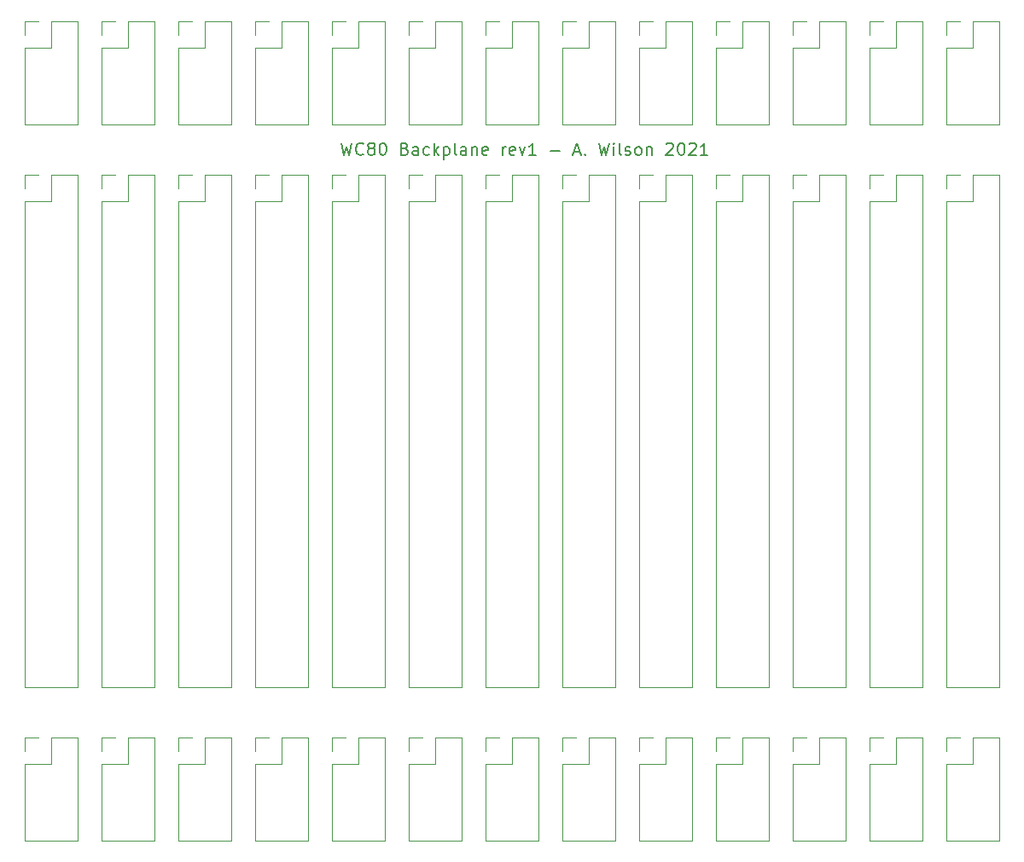
<source format=gbr>
%TF.GenerationSoftware,KiCad,Pcbnew,(5.1.9)-1*%
%TF.CreationDate,2021-05-23T10:03:25-04:00*%
%TF.ProjectId,main,6d61696e-2e6b-4696-9361-645f70636258,rev?*%
%TF.SameCoordinates,Original*%
%TF.FileFunction,Legend,Top*%
%TF.FilePolarity,Positive*%
%FSLAX46Y46*%
G04 Gerber Fmt 4.6, Leading zero omitted, Abs format (unit mm)*
G04 Created by KiCad (PCBNEW (5.1.9)-1) date 2021-05-23 10:03:25*
%MOMM*%
%LPD*%
G01*
G04 APERTURE LIST*
%ADD10C,0.200000*%
%ADD11C,0.120000*%
G04 APERTURE END LIST*
D10*
X52920000Y-33632857D02*
X53205714Y-34832857D01*
X53434285Y-33975714D01*
X53662857Y-34832857D01*
X53948571Y-33632857D01*
X55091428Y-34718571D02*
X55034285Y-34775714D01*
X54862857Y-34832857D01*
X54748571Y-34832857D01*
X54577142Y-34775714D01*
X54462857Y-34661428D01*
X54405714Y-34547142D01*
X54348571Y-34318571D01*
X54348571Y-34147142D01*
X54405714Y-33918571D01*
X54462857Y-33804285D01*
X54577142Y-33690000D01*
X54748571Y-33632857D01*
X54862857Y-33632857D01*
X55034285Y-33690000D01*
X55091428Y-33747142D01*
X55777142Y-34147142D02*
X55662857Y-34090000D01*
X55605714Y-34032857D01*
X55548571Y-33918571D01*
X55548571Y-33861428D01*
X55605714Y-33747142D01*
X55662857Y-33690000D01*
X55777142Y-33632857D01*
X56005714Y-33632857D01*
X56120000Y-33690000D01*
X56177142Y-33747142D01*
X56234285Y-33861428D01*
X56234285Y-33918571D01*
X56177142Y-34032857D01*
X56120000Y-34090000D01*
X56005714Y-34147142D01*
X55777142Y-34147142D01*
X55662857Y-34204285D01*
X55605714Y-34261428D01*
X55548571Y-34375714D01*
X55548571Y-34604285D01*
X55605714Y-34718571D01*
X55662857Y-34775714D01*
X55777142Y-34832857D01*
X56005714Y-34832857D01*
X56120000Y-34775714D01*
X56177142Y-34718571D01*
X56234285Y-34604285D01*
X56234285Y-34375714D01*
X56177142Y-34261428D01*
X56120000Y-34204285D01*
X56005714Y-34147142D01*
X56977142Y-33632857D02*
X57091428Y-33632857D01*
X57205714Y-33690000D01*
X57262857Y-33747142D01*
X57320000Y-33861428D01*
X57377142Y-34090000D01*
X57377142Y-34375714D01*
X57320000Y-34604285D01*
X57262857Y-34718571D01*
X57205714Y-34775714D01*
X57091428Y-34832857D01*
X56977142Y-34832857D01*
X56862857Y-34775714D01*
X56805714Y-34718571D01*
X56748571Y-34604285D01*
X56691428Y-34375714D01*
X56691428Y-34090000D01*
X56748571Y-33861428D01*
X56805714Y-33747142D01*
X56862857Y-33690000D01*
X56977142Y-33632857D01*
X59205714Y-34204285D02*
X59377142Y-34261428D01*
X59434285Y-34318571D01*
X59491428Y-34432857D01*
X59491428Y-34604285D01*
X59434285Y-34718571D01*
X59377142Y-34775714D01*
X59262857Y-34832857D01*
X58805714Y-34832857D01*
X58805714Y-33632857D01*
X59205714Y-33632857D01*
X59320000Y-33690000D01*
X59377142Y-33747142D01*
X59434285Y-33861428D01*
X59434285Y-33975714D01*
X59377142Y-34090000D01*
X59320000Y-34147142D01*
X59205714Y-34204285D01*
X58805714Y-34204285D01*
X60520000Y-34832857D02*
X60520000Y-34204285D01*
X60462857Y-34090000D01*
X60348571Y-34032857D01*
X60120000Y-34032857D01*
X60005714Y-34090000D01*
X60520000Y-34775714D02*
X60405714Y-34832857D01*
X60120000Y-34832857D01*
X60005714Y-34775714D01*
X59948571Y-34661428D01*
X59948571Y-34547142D01*
X60005714Y-34432857D01*
X60120000Y-34375714D01*
X60405714Y-34375714D01*
X60520000Y-34318571D01*
X61605714Y-34775714D02*
X61491428Y-34832857D01*
X61262857Y-34832857D01*
X61148571Y-34775714D01*
X61091428Y-34718571D01*
X61034285Y-34604285D01*
X61034285Y-34261428D01*
X61091428Y-34147142D01*
X61148571Y-34090000D01*
X61262857Y-34032857D01*
X61491428Y-34032857D01*
X61605714Y-34090000D01*
X62120000Y-34832857D02*
X62120000Y-33632857D01*
X62234285Y-34375714D02*
X62577142Y-34832857D01*
X62577142Y-34032857D02*
X62120000Y-34490000D01*
X63091428Y-34032857D02*
X63091428Y-35232857D01*
X63091428Y-34090000D02*
X63205714Y-34032857D01*
X63434285Y-34032857D01*
X63548571Y-34090000D01*
X63605714Y-34147142D01*
X63662857Y-34261428D01*
X63662857Y-34604285D01*
X63605714Y-34718571D01*
X63548571Y-34775714D01*
X63434285Y-34832857D01*
X63205714Y-34832857D01*
X63091428Y-34775714D01*
X64348571Y-34832857D02*
X64234285Y-34775714D01*
X64177142Y-34661428D01*
X64177142Y-33632857D01*
X65320000Y-34832857D02*
X65320000Y-34204285D01*
X65262857Y-34090000D01*
X65148571Y-34032857D01*
X64920000Y-34032857D01*
X64805714Y-34090000D01*
X65320000Y-34775714D02*
X65205714Y-34832857D01*
X64920000Y-34832857D01*
X64805714Y-34775714D01*
X64748571Y-34661428D01*
X64748571Y-34547142D01*
X64805714Y-34432857D01*
X64920000Y-34375714D01*
X65205714Y-34375714D01*
X65320000Y-34318571D01*
X65891428Y-34032857D02*
X65891428Y-34832857D01*
X65891428Y-34147142D02*
X65948571Y-34090000D01*
X66062857Y-34032857D01*
X66234285Y-34032857D01*
X66348571Y-34090000D01*
X66405714Y-34204285D01*
X66405714Y-34832857D01*
X67434285Y-34775714D02*
X67320000Y-34832857D01*
X67091428Y-34832857D01*
X66977142Y-34775714D01*
X66920000Y-34661428D01*
X66920000Y-34204285D01*
X66977142Y-34090000D01*
X67091428Y-34032857D01*
X67320000Y-34032857D01*
X67434285Y-34090000D01*
X67491428Y-34204285D01*
X67491428Y-34318571D01*
X66920000Y-34432857D01*
X68920000Y-34832857D02*
X68920000Y-34032857D01*
X68920000Y-34261428D02*
X68977142Y-34147142D01*
X69034285Y-34090000D01*
X69148571Y-34032857D01*
X69262857Y-34032857D01*
X70120000Y-34775714D02*
X70005714Y-34832857D01*
X69777142Y-34832857D01*
X69662857Y-34775714D01*
X69605714Y-34661428D01*
X69605714Y-34204285D01*
X69662857Y-34090000D01*
X69777142Y-34032857D01*
X70005714Y-34032857D01*
X70120000Y-34090000D01*
X70177142Y-34204285D01*
X70177142Y-34318571D01*
X69605714Y-34432857D01*
X70577142Y-34032857D02*
X70862857Y-34832857D01*
X71148571Y-34032857D01*
X72234285Y-34832857D02*
X71548571Y-34832857D01*
X71891428Y-34832857D02*
X71891428Y-33632857D01*
X71777142Y-33804285D01*
X71662857Y-33918571D01*
X71548571Y-33975714D01*
X73662857Y-34375714D02*
X74577142Y-34375714D01*
X76005714Y-34490000D02*
X76577142Y-34490000D01*
X75891428Y-34832857D02*
X76291428Y-33632857D01*
X76691428Y-34832857D01*
X77091428Y-34718571D02*
X77148571Y-34775714D01*
X77091428Y-34832857D01*
X77034285Y-34775714D01*
X77091428Y-34718571D01*
X77091428Y-34832857D01*
X78462857Y-33632857D02*
X78748571Y-34832857D01*
X78977142Y-33975714D01*
X79205714Y-34832857D01*
X79491428Y-33632857D01*
X79948571Y-34832857D02*
X79948571Y-34032857D01*
X79948571Y-33632857D02*
X79891428Y-33690000D01*
X79948571Y-33747142D01*
X80005714Y-33690000D01*
X79948571Y-33632857D01*
X79948571Y-33747142D01*
X80691428Y-34832857D02*
X80577142Y-34775714D01*
X80520000Y-34661428D01*
X80520000Y-33632857D01*
X81091428Y-34775714D02*
X81205714Y-34832857D01*
X81434285Y-34832857D01*
X81548571Y-34775714D01*
X81605714Y-34661428D01*
X81605714Y-34604285D01*
X81548571Y-34490000D01*
X81434285Y-34432857D01*
X81262857Y-34432857D01*
X81148571Y-34375714D01*
X81091428Y-34261428D01*
X81091428Y-34204285D01*
X81148571Y-34090000D01*
X81262857Y-34032857D01*
X81434285Y-34032857D01*
X81548571Y-34090000D01*
X82291428Y-34832857D02*
X82177142Y-34775714D01*
X82120000Y-34718571D01*
X82062857Y-34604285D01*
X82062857Y-34261428D01*
X82120000Y-34147142D01*
X82177142Y-34090000D01*
X82291428Y-34032857D01*
X82462857Y-34032857D01*
X82577142Y-34090000D01*
X82634285Y-34147142D01*
X82691428Y-34261428D01*
X82691428Y-34604285D01*
X82634285Y-34718571D01*
X82577142Y-34775714D01*
X82462857Y-34832857D01*
X82291428Y-34832857D01*
X83205714Y-34032857D02*
X83205714Y-34832857D01*
X83205714Y-34147142D02*
X83262857Y-34090000D01*
X83377142Y-34032857D01*
X83548571Y-34032857D01*
X83662857Y-34090000D01*
X83720000Y-34204285D01*
X83720000Y-34832857D01*
X85148571Y-33747142D02*
X85205714Y-33690000D01*
X85320000Y-33632857D01*
X85605714Y-33632857D01*
X85720000Y-33690000D01*
X85777142Y-33747142D01*
X85834285Y-33861428D01*
X85834285Y-33975714D01*
X85777142Y-34147142D01*
X85091428Y-34832857D01*
X85834285Y-34832857D01*
X86577142Y-33632857D02*
X86691428Y-33632857D01*
X86805714Y-33690000D01*
X86862857Y-33747142D01*
X86920000Y-33861428D01*
X86977142Y-34090000D01*
X86977142Y-34375714D01*
X86920000Y-34604285D01*
X86862857Y-34718571D01*
X86805714Y-34775714D01*
X86691428Y-34832857D01*
X86577142Y-34832857D01*
X86462857Y-34775714D01*
X86405714Y-34718571D01*
X86348571Y-34604285D01*
X86291428Y-34375714D01*
X86291428Y-34090000D01*
X86348571Y-33861428D01*
X86405714Y-33747142D01*
X86462857Y-33690000D01*
X86577142Y-33632857D01*
X87434285Y-33747142D02*
X87491428Y-33690000D01*
X87605714Y-33632857D01*
X87891428Y-33632857D01*
X88005714Y-33690000D01*
X88062857Y-33747142D01*
X88120000Y-33861428D01*
X88120000Y-33975714D01*
X88062857Y-34147142D01*
X87377142Y-34832857D01*
X88120000Y-34832857D01*
X89262857Y-34832857D02*
X88577142Y-34832857D01*
X88920000Y-34832857D02*
X88920000Y-33632857D01*
X88805714Y-33804285D01*
X88691428Y-33918571D01*
X88577142Y-33975714D01*
D11*
%TO.C,J39*%
X112970000Y-92650000D02*
X114300000Y-92650000D01*
X112970000Y-93980000D02*
X112970000Y-92650000D01*
X115570000Y-92650000D02*
X118170000Y-92650000D01*
X115570000Y-95250000D02*
X115570000Y-92650000D01*
X112970000Y-95250000D02*
X115570000Y-95250000D01*
X118170000Y-92650000D02*
X118170000Y-102930000D01*
X112970000Y-95250000D02*
X112970000Y-102930000D01*
X112970000Y-102930000D02*
X118170000Y-102930000D01*
%TO.C,J38*%
X44390000Y-36770000D02*
X45720000Y-36770000D01*
X44390000Y-38100000D02*
X44390000Y-36770000D01*
X46990000Y-36770000D02*
X49590000Y-36770000D01*
X46990000Y-39370000D02*
X46990000Y-36770000D01*
X44390000Y-39370000D02*
X46990000Y-39370000D01*
X49590000Y-36770000D02*
X49590000Y-87690000D01*
X44390000Y-39370000D02*
X44390000Y-87690000D01*
X44390000Y-87690000D02*
X49590000Y-87690000D01*
%TO.C,J37*%
X112970000Y-21530000D02*
X114300000Y-21530000D01*
X112970000Y-22860000D02*
X112970000Y-21530000D01*
X115570000Y-21530000D02*
X118170000Y-21530000D01*
X115570000Y-24130000D02*
X115570000Y-21530000D01*
X112970000Y-24130000D02*
X115570000Y-24130000D01*
X118170000Y-21530000D02*
X118170000Y-31810000D01*
X112970000Y-24130000D02*
X112970000Y-31810000D01*
X112970000Y-31810000D02*
X118170000Y-31810000D01*
%TO.C,J29*%
X112970000Y-36770000D02*
X114300000Y-36770000D01*
X112970000Y-38100000D02*
X112970000Y-36770000D01*
X115570000Y-36770000D02*
X118170000Y-36770000D01*
X115570000Y-39370000D02*
X115570000Y-36770000D01*
X112970000Y-39370000D02*
X115570000Y-39370000D01*
X118170000Y-36770000D02*
X118170000Y-87690000D01*
X112970000Y-39370000D02*
X112970000Y-87690000D01*
X112970000Y-87690000D02*
X118170000Y-87690000D01*
%TO.C,J27*%
X59630000Y-36770000D02*
X60960000Y-36770000D01*
X59630000Y-38100000D02*
X59630000Y-36770000D01*
X62230000Y-36770000D02*
X64830000Y-36770000D01*
X62230000Y-39370000D02*
X62230000Y-36770000D01*
X59630000Y-39370000D02*
X62230000Y-39370000D01*
X64830000Y-36770000D02*
X64830000Y-87690000D01*
X59630000Y-39370000D02*
X59630000Y-87690000D01*
X59630000Y-87690000D02*
X64830000Y-87690000D01*
%TO.C,J35*%
X52010000Y-92650000D02*
X53340000Y-92650000D01*
X52010000Y-93980000D02*
X52010000Y-92650000D01*
X54610000Y-92650000D02*
X57210000Y-92650000D01*
X54610000Y-95250000D02*
X54610000Y-92650000D01*
X52010000Y-95250000D02*
X54610000Y-95250000D01*
X57210000Y-92650000D02*
X57210000Y-102930000D01*
X52010000Y-95250000D02*
X52010000Y-102930000D01*
X52010000Y-102930000D02*
X57210000Y-102930000D01*
%TO.C,J36*%
X36770000Y-92650000D02*
X38100000Y-92650000D01*
X36770000Y-93980000D02*
X36770000Y-92650000D01*
X39370000Y-92650000D02*
X41970000Y-92650000D01*
X39370000Y-95250000D02*
X39370000Y-92650000D01*
X36770000Y-95250000D02*
X39370000Y-95250000D01*
X41970000Y-92650000D02*
X41970000Y-102930000D01*
X36770000Y-95250000D02*
X36770000Y-102930000D01*
X36770000Y-102930000D02*
X41970000Y-102930000D01*
%TO.C,J34*%
X59630000Y-92650000D02*
X60960000Y-92650000D01*
X59630000Y-93980000D02*
X59630000Y-92650000D01*
X62230000Y-92650000D02*
X64830000Y-92650000D01*
X62230000Y-95250000D02*
X62230000Y-92650000D01*
X59630000Y-95250000D02*
X62230000Y-95250000D01*
X64830000Y-92650000D02*
X64830000Y-102930000D01*
X59630000Y-95250000D02*
X59630000Y-102930000D01*
X59630000Y-102930000D02*
X64830000Y-102930000D01*
%TO.C,J33*%
X82490000Y-92650000D02*
X83820000Y-92650000D01*
X82490000Y-93980000D02*
X82490000Y-92650000D01*
X85090000Y-92650000D02*
X87690000Y-92650000D01*
X85090000Y-95250000D02*
X85090000Y-92650000D01*
X82490000Y-95250000D02*
X85090000Y-95250000D01*
X87690000Y-92650000D02*
X87690000Y-102930000D01*
X82490000Y-95250000D02*
X82490000Y-102930000D01*
X82490000Y-102930000D02*
X87690000Y-102930000D01*
%TO.C,J32*%
X97730000Y-92650000D02*
X99060000Y-92650000D01*
X97730000Y-93980000D02*
X97730000Y-92650000D01*
X100330000Y-92650000D02*
X102930000Y-92650000D01*
X100330000Y-95250000D02*
X100330000Y-92650000D01*
X97730000Y-95250000D02*
X100330000Y-95250000D01*
X102930000Y-92650000D02*
X102930000Y-102930000D01*
X97730000Y-95250000D02*
X97730000Y-102930000D01*
X97730000Y-102930000D02*
X102930000Y-102930000D01*
%TO.C,J31*%
X67250000Y-92650000D02*
X68580000Y-92650000D01*
X67250000Y-93980000D02*
X67250000Y-92650000D01*
X69850000Y-92650000D02*
X72450000Y-92650000D01*
X69850000Y-95250000D02*
X69850000Y-92650000D01*
X67250000Y-95250000D02*
X69850000Y-95250000D01*
X72450000Y-92650000D02*
X72450000Y-102930000D01*
X67250000Y-95250000D02*
X67250000Y-102930000D01*
X67250000Y-102930000D02*
X72450000Y-102930000D01*
%TO.C,J30*%
X97730000Y-36770000D02*
X99060000Y-36770000D01*
X97730000Y-38100000D02*
X97730000Y-36770000D01*
X100330000Y-36770000D02*
X102930000Y-36770000D01*
X100330000Y-39370000D02*
X100330000Y-36770000D01*
X97730000Y-39370000D02*
X100330000Y-39370000D01*
X102930000Y-36770000D02*
X102930000Y-87690000D01*
X97730000Y-39370000D02*
X97730000Y-87690000D01*
X97730000Y-87690000D02*
X102930000Y-87690000D01*
%TO.C,J28*%
X74870000Y-36770000D02*
X76200000Y-36770000D01*
X74870000Y-38100000D02*
X74870000Y-36770000D01*
X77470000Y-36770000D02*
X80070000Y-36770000D01*
X77470000Y-39370000D02*
X77470000Y-36770000D01*
X74870000Y-39370000D02*
X77470000Y-39370000D01*
X80070000Y-36770000D02*
X80070000Y-87690000D01*
X74870000Y-39370000D02*
X74870000Y-87690000D01*
X74870000Y-87690000D02*
X80070000Y-87690000D01*
%TO.C,J26*%
X105350000Y-36770000D02*
X106680000Y-36770000D01*
X105350000Y-38100000D02*
X105350000Y-36770000D01*
X107950000Y-36770000D02*
X110550000Y-36770000D01*
X107950000Y-39370000D02*
X107950000Y-36770000D01*
X105350000Y-39370000D02*
X107950000Y-39370000D01*
X110550000Y-36770000D02*
X110550000Y-87690000D01*
X105350000Y-39370000D02*
X105350000Y-87690000D01*
X105350000Y-87690000D02*
X110550000Y-87690000D01*
%TO.C,J25*%
X82490000Y-36770000D02*
X83820000Y-36770000D01*
X82490000Y-38100000D02*
X82490000Y-36770000D01*
X85090000Y-36770000D02*
X87690000Y-36770000D01*
X85090000Y-39370000D02*
X85090000Y-36770000D01*
X82490000Y-39370000D02*
X85090000Y-39370000D01*
X87690000Y-36770000D02*
X87690000Y-87690000D01*
X82490000Y-39370000D02*
X82490000Y-87690000D01*
X82490000Y-87690000D02*
X87690000Y-87690000D01*
%TO.C,J24*%
X59630000Y-21530000D02*
X60960000Y-21530000D01*
X59630000Y-22860000D02*
X59630000Y-21530000D01*
X62230000Y-21530000D02*
X64830000Y-21530000D01*
X62230000Y-24130000D02*
X62230000Y-21530000D01*
X59630000Y-24130000D02*
X62230000Y-24130000D01*
X64830000Y-21530000D02*
X64830000Y-31810000D01*
X59630000Y-24130000D02*
X59630000Y-31810000D01*
X59630000Y-31810000D02*
X64830000Y-31810000D01*
%TO.C,J23*%
X97730000Y-21530000D02*
X99060000Y-21530000D01*
X97730000Y-22860000D02*
X97730000Y-21530000D01*
X100330000Y-21530000D02*
X102930000Y-21530000D01*
X100330000Y-24130000D02*
X100330000Y-21530000D01*
X97730000Y-24130000D02*
X100330000Y-24130000D01*
X102930000Y-21530000D02*
X102930000Y-31810000D01*
X97730000Y-24130000D02*
X97730000Y-31810000D01*
X97730000Y-31810000D02*
X102930000Y-31810000D01*
%TO.C,J22*%
X82490000Y-21530000D02*
X83820000Y-21530000D01*
X82490000Y-22860000D02*
X82490000Y-21530000D01*
X85090000Y-21530000D02*
X87690000Y-21530000D01*
X85090000Y-24130000D02*
X85090000Y-21530000D01*
X82490000Y-24130000D02*
X85090000Y-24130000D01*
X87690000Y-21530000D02*
X87690000Y-31810000D01*
X82490000Y-24130000D02*
X82490000Y-31810000D01*
X82490000Y-31810000D02*
X87690000Y-31810000D01*
%TO.C,J21*%
X105350000Y-21530000D02*
X106680000Y-21530000D01*
X105350000Y-22860000D02*
X105350000Y-21530000D01*
X107950000Y-21530000D02*
X110550000Y-21530000D01*
X107950000Y-24130000D02*
X107950000Y-21530000D01*
X105350000Y-24130000D02*
X107950000Y-24130000D01*
X110550000Y-21530000D02*
X110550000Y-31810000D01*
X105350000Y-24130000D02*
X105350000Y-31810000D01*
X105350000Y-31810000D02*
X110550000Y-31810000D01*
%TO.C,J20*%
X44390000Y-21530000D02*
X45720000Y-21530000D01*
X44390000Y-22860000D02*
X44390000Y-21530000D01*
X46990000Y-21530000D02*
X49590000Y-21530000D01*
X46990000Y-24130000D02*
X46990000Y-21530000D01*
X44390000Y-24130000D02*
X46990000Y-24130000D01*
X49590000Y-21530000D02*
X49590000Y-31810000D01*
X44390000Y-24130000D02*
X44390000Y-31810000D01*
X44390000Y-31810000D02*
X49590000Y-31810000D01*
%TO.C,J19*%
X29150000Y-21530000D02*
X30480000Y-21530000D01*
X29150000Y-22860000D02*
X29150000Y-21530000D01*
X31750000Y-21530000D02*
X34350000Y-21530000D01*
X31750000Y-24130000D02*
X31750000Y-21530000D01*
X29150000Y-24130000D02*
X31750000Y-24130000D01*
X34350000Y-21530000D02*
X34350000Y-31810000D01*
X29150000Y-24130000D02*
X29150000Y-31810000D01*
X29150000Y-31810000D02*
X34350000Y-31810000D01*
%TO.C,J18*%
X44390000Y-92650000D02*
X45720000Y-92650000D01*
X44390000Y-93980000D02*
X44390000Y-92650000D01*
X46990000Y-92650000D02*
X49590000Y-92650000D01*
X46990000Y-95250000D02*
X46990000Y-92650000D01*
X44390000Y-95250000D02*
X46990000Y-95250000D01*
X49590000Y-92650000D02*
X49590000Y-102930000D01*
X44390000Y-95250000D02*
X44390000Y-102930000D01*
X44390000Y-102930000D02*
X49590000Y-102930000D01*
%TO.C,J17*%
X29150000Y-92650000D02*
X30480000Y-92650000D01*
X29150000Y-93980000D02*
X29150000Y-92650000D01*
X31750000Y-92650000D02*
X34350000Y-92650000D01*
X31750000Y-95250000D02*
X31750000Y-92650000D01*
X29150000Y-95250000D02*
X31750000Y-95250000D01*
X34350000Y-92650000D02*
X34350000Y-102930000D01*
X29150000Y-95250000D02*
X29150000Y-102930000D01*
X29150000Y-102930000D02*
X34350000Y-102930000D01*
%TO.C,J16*%
X105350000Y-92650000D02*
X106680000Y-92650000D01*
X105350000Y-93980000D02*
X105350000Y-92650000D01*
X107950000Y-92650000D02*
X110550000Y-92650000D01*
X107950000Y-95250000D02*
X107950000Y-92650000D01*
X105350000Y-95250000D02*
X107950000Y-95250000D01*
X110550000Y-92650000D02*
X110550000Y-102930000D01*
X105350000Y-95250000D02*
X105350000Y-102930000D01*
X105350000Y-102930000D02*
X110550000Y-102930000D01*
%TO.C,J15*%
X90110000Y-92650000D02*
X91440000Y-92650000D01*
X90110000Y-93980000D02*
X90110000Y-92650000D01*
X92710000Y-92650000D02*
X95310000Y-92650000D01*
X92710000Y-95250000D02*
X92710000Y-92650000D01*
X90110000Y-95250000D02*
X92710000Y-95250000D01*
X95310000Y-92650000D02*
X95310000Y-102930000D01*
X90110000Y-95250000D02*
X90110000Y-102930000D01*
X90110000Y-102930000D02*
X95310000Y-102930000D01*
%TO.C,J14*%
X74870000Y-92650000D02*
X76200000Y-92650000D01*
X74870000Y-93980000D02*
X74870000Y-92650000D01*
X77470000Y-92650000D02*
X80070000Y-92650000D01*
X77470000Y-95250000D02*
X77470000Y-92650000D01*
X74870000Y-95250000D02*
X77470000Y-95250000D01*
X80070000Y-92650000D02*
X80070000Y-102930000D01*
X74870000Y-95250000D02*
X74870000Y-102930000D01*
X74870000Y-102930000D02*
X80070000Y-102930000D01*
%TO.C,J13*%
X52010000Y-36770000D02*
X53340000Y-36770000D01*
X52010000Y-38100000D02*
X52010000Y-36770000D01*
X54610000Y-36770000D02*
X57210000Y-36770000D01*
X54610000Y-39370000D02*
X54610000Y-36770000D01*
X52010000Y-39370000D02*
X54610000Y-39370000D01*
X57210000Y-36770000D02*
X57210000Y-87690000D01*
X52010000Y-39370000D02*
X52010000Y-87690000D01*
X52010000Y-87690000D02*
X57210000Y-87690000D01*
%TO.C,J12*%
X36770000Y-36770000D02*
X38100000Y-36770000D01*
X36770000Y-38100000D02*
X36770000Y-36770000D01*
X39370000Y-36770000D02*
X41970000Y-36770000D01*
X39370000Y-39370000D02*
X39370000Y-36770000D01*
X36770000Y-39370000D02*
X39370000Y-39370000D01*
X41970000Y-36770000D02*
X41970000Y-87690000D01*
X36770000Y-39370000D02*
X36770000Y-87690000D01*
X36770000Y-87690000D02*
X41970000Y-87690000D01*
%TO.C,J11*%
X67250000Y-36770000D02*
X68580000Y-36770000D01*
X67250000Y-38100000D02*
X67250000Y-36770000D01*
X69850000Y-36770000D02*
X72450000Y-36770000D01*
X69850000Y-39370000D02*
X69850000Y-36770000D01*
X67250000Y-39370000D02*
X69850000Y-39370000D01*
X72450000Y-36770000D02*
X72450000Y-87690000D01*
X67250000Y-39370000D02*
X67250000Y-87690000D01*
X67250000Y-87690000D02*
X72450000Y-87690000D01*
%TO.C,J10*%
X29150000Y-36770000D02*
X30480000Y-36770000D01*
X29150000Y-38100000D02*
X29150000Y-36770000D01*
X31750000Y-36770000D02*
X34350000Y-36770000D01*
X31750000Y-39370000D02*
X31750000Y-36770000D01*
X29150000Y-39370000D02*
X31750000Y-39370000D01*
X34350000Y-36770000D02*
X34350000Y-87690000D01*
X29150000Y-39370000D02*
X29150000Y-87690000D01*
X29150000Y-87690000D02*
X34350000Y-87690000D01*
%TO.C,J9*%
X90110000Y-36770000D02*
X91440000Y-36770000D01*
X90110000Y-38100000D02*
X90110000Y-36770000D01*
X92710000Y-36770000D02*
X95310000Y-36770000D01*
X92710000Y-39370000D02*
X92710000Y-36770000D01*
X90110000Y-39370000D02*
X92710000Y-39370000D01*
X95310000Y-36770000D02*
X95310000Y-87690000D01*
X90110000Y-39370000D02*
X90110000Y-87690000D01*
X90110000Y-87690000D02*
X95310000Y-87690000D01*
%TO.C,J8*%
X67250000Y-21530000D02*
X68580000Y-21530000D01*
X67250000Y-22860000D02*
X67250000Y-21530000D01*
X69850000Y-21530000D02*
X72450000Y-21530000D01*
X69850000Y-24130000D02*
X69850000Y-21530000D01*
X67250000Y-24130000D02*
X69850000Y-24130000D01*
X72450000Y-21530000D02*
X72450000Y-31810000D01*
X67250000Y-24130000D02*
X67250000Y-31810000D01*
X67250000Y-31810000D02*
X72450000Y-31810000D01*
%TO.C,J7*%
X90110000Y-21530000D02*
X91440000Y-21530000D01*
X90110000Y-22860000D02*
X90110000Y-21530000D01*
X92710000Y-21530000D02*
X95310000Y-21530000D01*
X92710000Y-24130000D02*
X92710000Y-21530000D01*
X90110000Y-24130000D02*
X92710000Y-24130000D01*
X95310000Y-21530000D02*
X95310000Y-31810000D01*
X90110000Y-24130000D02*
X90110000Y-31810000D01*
X90110000Y-31810000D02*
X95310000Y-31810000D01*
%TO.C,J6*%
X36770000Y-21530000D02*
X38100000Y-21530000D01*
X36770000Y-22860000D02*
X36770000Y-21530000D01*
X39370000Y-21530000D02*
X41970000Y-21530000D01*
X39370000Y-24130000D02*
X39370000Y-21530000D01*
X36770000Y-24130000D02*
X39370000Y-24130000D01*
X41970000Y-21530000D02*
X41970000Y-31810000D01*
X36770000Y-24130000D02*
X36770000Y-31810000D01*
X36770000Y-31810000D02*
X41970000Y-31810000D01*
%TO.C,J5*%
X52010000Y-21530000D02*
X53340000Y-21530000D01*
X52010000Y-22860000D02*
X52010000Y-21530000D01*
X54610000Y-21530000D02*
X57210000Y-21530000D01*
X54610000Y-24130000D02*
X54610000Y-21530000D01*
X52010000Y-24130000D02*
X54610000Y-24130000D01*
X57210000Y-21530000D02*
X57210000Y-31810000D01*
X52010000Y-24130000D02*
X52010000Y-31810000D01*
X52010000Y-31810000D02*
X57210000Y-31810000D01*
%TO.C,J4*%
X74870000Y-21530000D02*
X76200000Y-21530000D01*
X74870000Y-22860000D02*
X74870000Y-21530000D01*
X77470000Y-21530000D02*
X80070000Y-21530000D01*
X77470000Y-24130000D02*
X77470000Y-21530000D01*
X74870000Y-24130000D02*
X77470000Y-24130000D01*
X80070000Y-21530000D02*
X80070000Y-31810000D01*
X74870000Y-24130000D02*
X74870000Y-31810000D01*
X74870000Y-31810000D02*
X80070000Y-31810000D01*
%TO.C,J2*%
X21530000Y-21530000D02*
X22860000Y-21530000D01*
X21530000Y-22860000D02*
X21530000Y-21530000D01*
X24130000Y-21530000D02*
X26730000Y-21530000D01*
X24130000Y-24130000D02*
X24130000Y-21530000D01*
X21530000Y-24130000D02*
X24130000Y-24130000D01*
X26730000Y-21530000D02*
X26730000Y-31810000D01*
X21530000Y-24130000D02*
X21530000Y-31810000D01*
X21530000Y-31810000D02*
X26730000Y-31810000D01*
%TO.C,J1*%
X21530000Y-102930000D02*
X26730000Y-102930000D01*
X21530000Y-95250000D02*
X21530000Y-102930000D01*
X26730000Y-92650000D02*
X26730000Y-102930000D01*
X21530000Y-95250000D02*
X24130000Y-95250000D01*
X24130000Y-95250000D02*
X24130000Y-92650000D01*
X24130000Y-92650000D02*
X26730000Y-92650000D01*
X21530000Y-93980000D02*
X21530000Y-92650000D01*
X21530000Y-92650000D02*
X22860000Y-92650000D01*
%TO.C,J3*%
X21530000Y-36770000D02*
X22860000Y-36770000D01*
X21530000Y-38100000D02*
X21530000Y-36770000D01*
X24130000Y-36770000D02*
X26730000Y-36770000D01*
X24130000Y-39370000D02*
X24130000Y-36770000D01*
X21530000Y-39370000D02*
X24130000Y-39370000D01*
X26730000Y-36770000D02*
X26730000Y-87690000D01*
X21530000Y-39370000D02*
X21530000Y-87690000D01*
X21530000Y-87690000D02*
X26730000Y-87690000D01*
%TD*%
M02*

</source>
